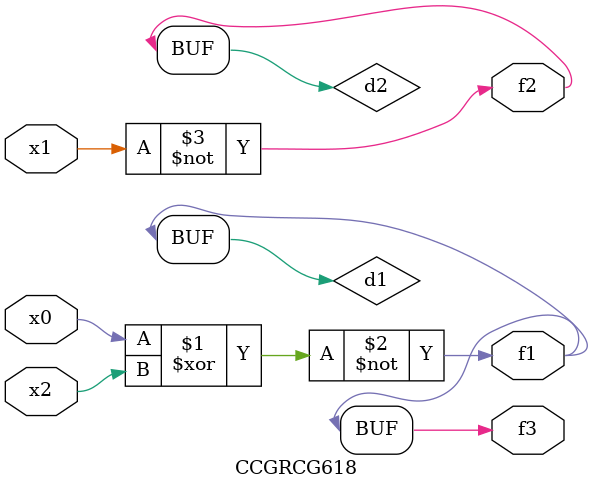
<source format=v>
module CCGRCG618(
	input x0, x1, x2,
	output f1, f2, f3
);

	wire d1, d2, d3;

	xnor (d1, x0, x2);
	nand (d2, x1);
	nor (d3, x1, x2);
	assign f1 = d1;
	assign f2 = d2;
	assign f3 = d1;
endmodule

</source>
